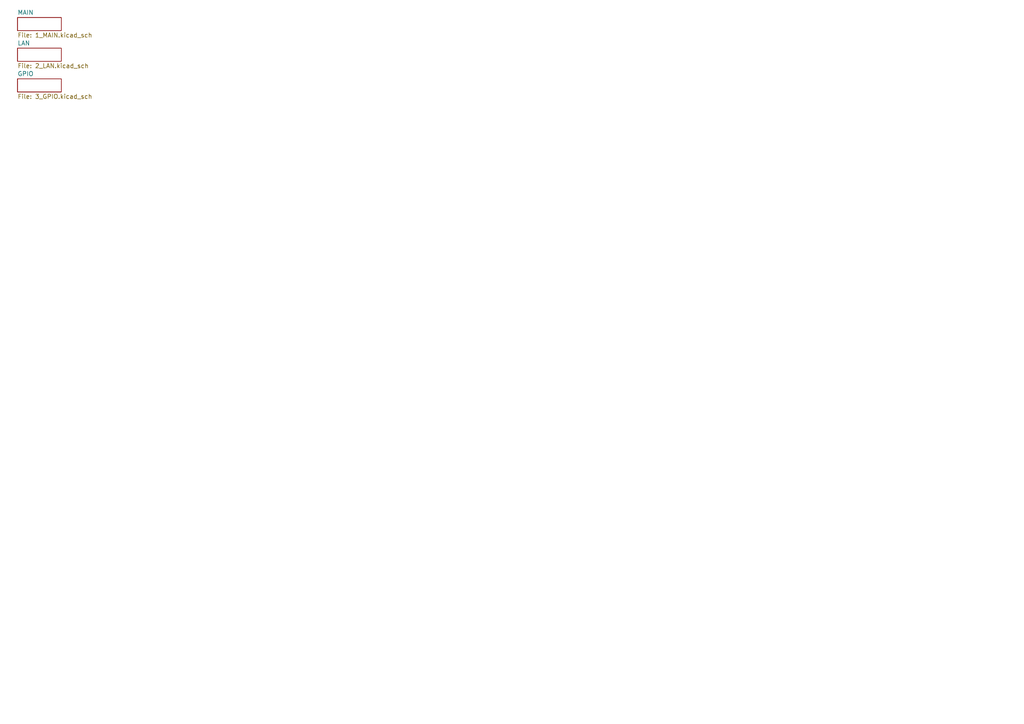
<source format=kicad_sch>
(kicad_sch
	(version 20231120)
	(generator "eeschema")
	(generator_version "8.0")
	(uuid "5c4052f8-31d6-4de3-b862-4d09b0660e26")
	(paper "A4")
	(lib_symbols)
	(sheet
		(at 5.08 5.08)
		(size 12.7 3.81)
		(fields_autoplaced yes)
		(stroke
			(width 0)
			(type solid)
		)
		(fill
			(color 0 0 0 0.0000)
		)
		(uuid "1898a0d3-3c33-4600-8778-eef1e2c48cfc")
		(property "Sheetname" "MAIN"
			(at 5.08 4.3684 0)
			(effects
				(font
					(size 1.27 1.27)
				)
				(justify left bottom)
			)
		)
		(property "Sheetfile" "1_MAIN.kicad_sch"
			(at 5.08 9.4746 0)
			(effects
				(font
					(size 1.27 1.27)
				)
				(justify left top)
			)
		)
		(instances
			(project "ProProject_X1 Expander_2024-05-26_15-16-51_2024-05-26"
				(path "/5c4052f8-31d6-4de3-b862-4d09b0660e26"
					(page "2")
				)
			)
		)
	)
	(sheet
		(at 5.08 22.86)
		(size 12.7 3.81)
		(fields_autoplaced yes)
		(stroke
			(width 0)
			(type solid)
		)
		(fill
			(color 0 0 0 0.0000)
		)
		(uuid "52713671-aa4b-4412-b159-5876c2aaf3b7")
		(property "Sheetname" "GPIO"
			(at 5.08 22.1484 0)
			(effects
				(font
					(size 1.27 1.27)
				)
				(justify left bottom)
			)
		)
		(property "Sheetfile" "3_GPIO.kicad_sch"
			(at 5.08 27.2546 0)
			(effects
				(font
					(size 1.27 1.27)
				)
				(justify left top)
			)
		)
		(instances
			(project "ProProject_X1 Expander_2024-05-26_15-16-51_2024-05-26"
				(path "/5c4052f8-31d6-4de3-b862-4d09b0660e26"
					(page "4")
				)
			)
		)
	)
	(sheet
		(at 5.08 13.97)
		(size 12.7 3.81)
		(fields_autoplaced yes)
		(stroke
			(width 0)
			(type solid)
		)
		(fill
			(color 0 0 0 0.0000)
		)
		(uuid "59f5b442-dc6c-49f9-8b13-7a2ac6495930")
		(property "Sheetname" "LAN"
			(at 5.08 13.2584 0)
			(effects
				(font
					(size 1.27 1.27)
				)
				(justify left bottom)
			)
		)
		(property "Sheetfile" "2_LAN.kicad_sch"
			(at 5.08 18.3646 0)
			(effects
				(font
					(size 1.27 1.27)
				)
				(justify left top)
			)
		)
		(instances
			(project "ProProject_X1 Expander_2024-05-26_15-16-51_2024-05-26"
				(path "/5c4052f8-31d6-4de3-b862-4d09b0660e26"
					(page "3")
				)
			)
		)
	)
	(sheet_instances
		(path "/"
			(page "1")
		)
	)
)
</source>
